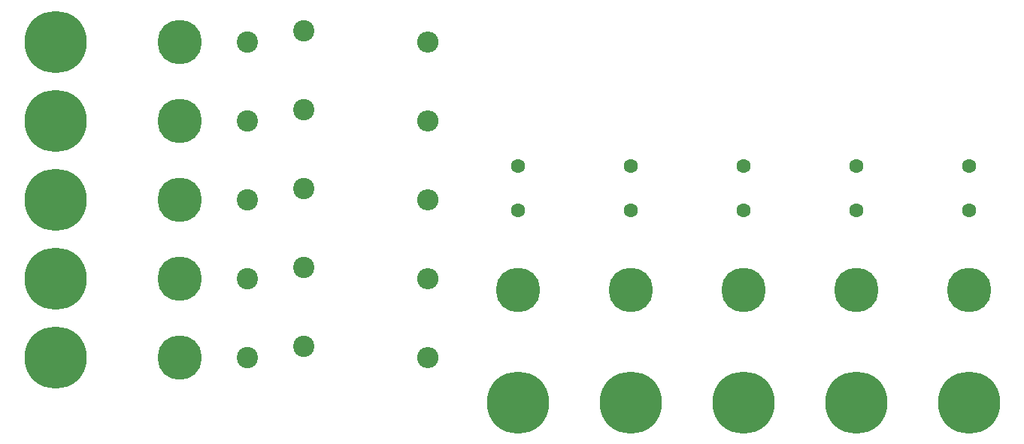
<source format=gbr>
G04 #@! TF.GenerationSoftware,KiCad,Pcbnew,(5.1.4)-1*
G04 #@! TF.CreationDate,2019-09-01T08:56:02+10:00*
G04 #@! TF.ProjectId,RGB BNC,52474220-424e-4432-9e6b-696361645f70,rev?*
G04 #@! TF.SameCoordinates,Original*
G04 #@! TF.FileFunction,Copper,L2,Bot*
G04 #@! TF.FilePolarity,Positive*
%FSLAX46Y46*%
G04 Gerber Fmt 4.6, Leading zero omitted, Abs format (unit mm)*
G04 Created by KiCad (PCBNEW (5.1.4)-1) date 2019-09-01 08:56:02*
%MOMM*%
%LPD*%
G04 APERTURE LIST*
%ADD10C,1.600000*%
%ADD11C,2.400000*%
%ADD12O,2.400000X2.400000*%
%ADD13C,0.800000*%
%ADD14C,7.000000*%
%ADD15C,5.000000*%
G04 APERTURE END LIST*
D10*
X123190000Y-98980000D03*
X123190000Y-93980000D03*
D11*
X86360000Y-114300000D03*
X86360000Y-96520000D03*
X86360000Y-105410000D03*
X86360000Y-87630000D03*
X86360000Y-78740000D03*
D12*
X100330000Y-80010000D03*
D11*
X80010000Y-80010000D03*
D13*
X137746155Y-122506155D03*
X138515000Y-120650000D03*
X137746155Y-118793845D03*
X135890000Y-118025000D03*
X134033845Y-118793845D03*
X133265000Y-120650000D03*
X134033845Y-122506155D03*
X135890000Y-123275000D03*
D14*
X135890000Y-120650000D03*
D12*
X100330000Y-97790000D03*
D11*
X80010000Y-97790000D03*
D12*
X100330000Y-88900000D03*
D11*
X80010000Y-88900000D03*
D12*
X100330000Y-115570000D03*
D11*
X80010000Y-115570000D03*
D12*
X100330000Y-106680000D03*
D11*
X80010000Y-106680000D03*
D13*
X60276155Y-108536155D03*
X61045000Y-106680000D03*
X60276155Y-104823845D03*
X58420000Y-104055000D03*
X56563845Y-104823845D03*
X55795000Y-106680000D03*
X56563845Y-108536155D03*
X58420000Y-109305000D03*
D14*
X58420000Y-106680000D03*
D13*
X73715825Y-99115825D03*
X74265000Y-97790000D03*
X73715825Y-96464175D03*
X72390000Y-95915000D03*
X71064175Y-96464175D03*
X70515000Y-97790000D03*
X71064175Y-99115825D03*
X72390000Y-99665000D03*
D15*
X72390000Y-97790000D03*
D13*
X60276155Y-99646155D03*
X61045000Y-97790000D03*
X60276155Y-95933845D03*
X58420000Y-95165000D03*
X56563845Y-95933845D03*
X55795000Y-97790000D03*
X56563845Y-99646155D03*
X58420000Y-100415000D03*
D14*
X58420000Y-97790000D03*
D13*
X125046155Y-122506155D03*
X125815000Y-120650000D03*
X125046155Y-118793845D03*
X123190000Y-118025000D03*
X121333845Y-118793845D03*
X120565000Y-120650000D03*
X121333845Y-122506155D03*
X123190000Y-123275000D03*
D14*
X123190000Y-120650000D03*
D13*
X73715825Y-90225825D03*
X74265000Y-88900000D03*
X73715825Y-87574175D03*
X72390000Y-87025000D03*
X71064175Y-87574175D03*
X70515000Y-88900000D03*
X71064175Y-90225825D03*
X72390000Y-90775000D03*
D15*
X72390000Y-88900000D03*
D13*
X149915825Y-109275825D03*
X150465000Y-107950000D03*
X149915825Y-106624175D03*
X148590000Y-106075000D03*
X147264175Y-106624175D03*
X146715000Y-107950000D03*
X147264175Y-109275825D03*
X148590000Y-109825000D03*
D15*
X148590000Y-107950000D03*
D13*
X150446155Y-122506155D03*
X151215000Y-120650000D03*
X150446155Y-118793845D03*
X148590000Y-118025000D03*
X146733845Y-118793845D03*
X145965000Y-120650000D03*
X146733845Y-122506155D03*
X148590000Y-123275000D03*
D14*
X148590000Y-120650000D03*
D13*
X73715825Y-116895825D03*
X74265000Y-115570000D03*
X73715825Y-114244175D03*
X72390000Y-113695000D03*
X71064175Y-114244175D03*
X70515000Y-115570000D03*
X71064175Y-116895825D03*
X72390000Y-117445000D03*
D15*
X72390000Y-115570000D03*
D13*
X111815825Y-109275825D03*
X112365000Y-107950000D03*
X111815825Y-106624175D03*
X110490000Y-106075000D03*
X109164175Y-106624175D03*
X108615000Y-107950000D03*
X109164175Y-109275825D03*
X110490000Y-109825000D03*
D15*
X110490000Y-107950000D03*
D13*
X60276155Y-90756155D03*
X61045000Y-88900000D03*
X60276155Y-87043845D03*
X58420000Y-86275000D03*
X56563845Y-87043845D03*
X55795000Y-88900000D03*
X56563845Y-90756155D03*
X58420000Y-91525000D03*
D14*
X58420000Y-88900000D03*
D13*
X60276155Y-81866155D03*
X61045000Y-80010000D03*
X60276155Y-78153845D03*
X58420000Y-77385000D03*
X56563845Y-78153845D03*
X55795000Y-80010000D03*
X56563845Y-81866155D03*
X58420000Y-82635000D03*
D14*
X58420000Y-80010000D03*
D13*
X73715825Y-108005825D03*
X74265000Y-106680000D03*
X73715825Y-105354175D03*
X72390000Y-104805000D03*
X71064175Y-105354175D03*
X70515000Y-106680000D03*
X71064175Y-108005825D03*
X72390000Y-108555000D03*
D15*
X72390000Y-106680000D03*
D13*
X124515825Y-109275825D03*
X125065000Y-107950000D03*
X124515825Y-106624175D03*
X123190000Y-106075000D03*
X121864175Y-106624175D03*
X121315000Y-107950000D03*
X121864175Y-109275825D03*
X123190000Y-109825000D03*
D15*
X123190000Y-107950000D03*
D13*
X163146155Y-122506155D03*
X163915000Y-120650000D03*
X163146155Y-118793845D03*
X161290000Y-118025000D03*
X159433845Y-118793845D03*
X158665000Y-120650000D03*
X159433845Y-122506155D03*
X161290000Y-123275000D03*
D14*
X161290000Y-120650000D03*
D13*
X137215825Y-109275825D03*
X137765000Y-107950000D03*
X137215825Y-106624175D03*
X135890000Y-106075000D03*
X134564175Y-106624175D03*
X134015000Y-107950000D03*
X134564175Y-109275825D03*
X135890000Y-109825000D03*
D15*
X135890000Y-107950000D03*
D13*
X60276155Y-117426155D03*
X61045000Y-115570000D03*
X60276155Y-113713845D03*
X58420000Y-112945000D03*
X56563845Y-113713845D03*
X55795000Y-115570000D03*
X56563845Y-117426155D03*
X58420000Y-118195000D03*
D14*
X58420000Y-115570000D03*
D13*
X73715825Y-81335825D03*
X74265000Y-80010000D03*
X73715825Y-78684175D03*
X72390000Y-78135000D03*
X71064175Y-78684175D03*
X70515000Y-80010000D03*
X71064175Y-81335825D03*
X72390000Y-81885000D03*
D15*
X72390000Y-80010000D03*
D13*
X162615825Y-109275825D03*
X163165000Y-107950000D03*
X162615825Y-106624175D03*
X161290000Y-106075000D03*
X159964175Y-106624175D03*
X159415000Y-107950000D03*
X159964175Y-109275825D03*
X161290000Y-109825000D03*
D15*
X161290000Y-107950000D03*
D13*
X112346155Y-122506155D03*
X113115000Y-120650000D03*
X112346155Y-118793845D03*
X110490000Y-118025000D03*
X108633845Y-118793845D03*
X107865000Y-120650000D03*
X108633845Y-122506155D03*
X110490000Y-123275000D03*
D14*
X110490000Y-120650000D03*
D10*
X110490000Y-98980000D03*
X110490000Y-93980000D03*
X135890000Y-98980000D03*
X135890000Y-93980000D03*
X148590000Y-98980000D03*
X148590000Y-93980000D03*
X161290000Y-98980000D03*
X161290000Y-93980000D03*
M02*

</source>
